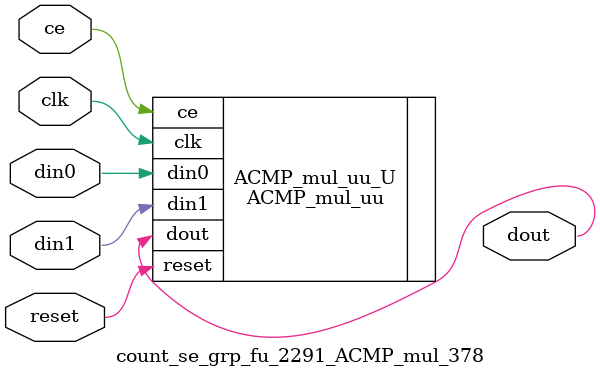
<source format=v>

`timescale 1 ns / 1 ps
module count_se_grp_fu_2291_ACMP_mul_378(
    clk,
    reset,
    ce,
    din0,
    din1,
    dout);

parameter ID = 32'd1;
parameter NUM_STAGE = 32'd1;
parameter din0_WIDTH = 32'd1;
parameter din1_WIDTH = 32'd1;
parameter dout_WIDTH = 32'd1;
input clk;
input reset;
input ce;
input[din0_WIDTH - 1:0] din0;
input[din1_WIDTH - 1:0] din1;
output[dout_WIDTH - 1:0] dout;



ACMP_mul_uu #(
.ID( ID ),
.NUM_STAGE( 3 ),
.din0_WIDTH( din0_WIDTH ),
.din1_WIDTH( din1_WIDTH ),
.dout_WIDTH( dout_WIDTH ))
ACMP_mul_uu_U(
    .clk( clk ),
    .reset( reset ),
    .ce( ce ),
    .din0( din0 ),
    .din1( din1 ),
    .dout( dout ));

endmodule

</source>
